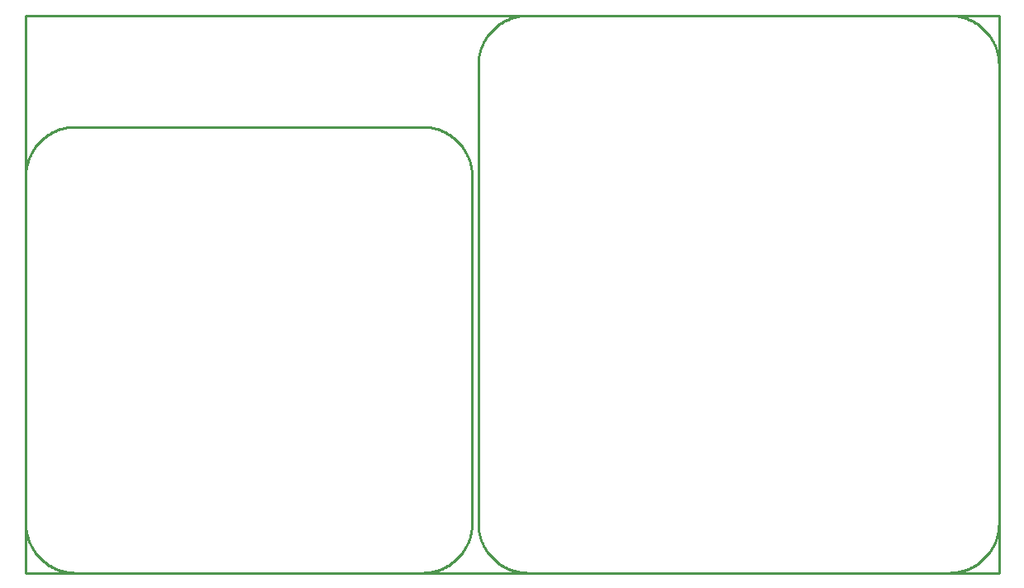
<source format=gbr>
G04 EAGLE Gerber RS-274X export*
G75*
%MOMM*%
%FSLAX34Y34*%
%LPD*%
%IN*%
%IPPOS*%
%AMOC8*
5,1,8,0,0,1.08239X$1,22.5*%
G01*
%ADD10C,0.254000*%
%ADD11C,0.152400*%
%ADD12C,0.254000*%


D10*
X50800Y0D02*
X406400Y0D01*
X0Y50800D02*
X0Y406400D01*
X514350Y0D02*
X946150Y0D01*
X996950Y50800D02*
X996950Y520700D01*
X946150Y571500D02*
X514350Y571500D01*
X50800Y457200D02*
X49572Y457185D01*
X48346Y457141D01*
X47120Y457067D01*
X45897Y456963D01*
X44677Y456830D01*
X43460Y456667D01*
X42247Y456475D01*
X41040Y456254D01*
X39838Y456003D01*
X38643Y455724D01*
X37454Y455416D01*
X36274Y455079D01*
X35102Y454714D01*
X33939Y454320D01*
X32786Y453899D01*
X31644Y453450D01*
X30512Y452973D01*
X29393Y452469D01*
X28286Y451938D01*
X27192Y451381D01*
X26112Y450798D01*
X25046Y450188D01*
X23996Y449553D01*
X22961Y448893D01*
X21942Y448208D01*
X20941Y447498D01*
X19956Y446765D01*
X18990Y446007D01*
X18042Y445227D01*
X17113Y444424D01*
X16204Y443599D01*
X15316Y442752D01*
X14448Y441884D01*
X13601Y440996D01*
X12776Y440087D01*
X11973Y439158D01*
X11193Y438210D01*
X10435Y437244D01*
X9702Y436259D01*
X8992Y435258D01*
X8307Y434239D01*
X7647Y433204D01*
X7012Y432154D01*
X6402Y431088D01*
X5819Y430008D01*
X5262Y428914D01*
X4731Y427807D01*
X4227Y426688D01*
X3750Y425556D01*
X3301Y424414D01*
X2880Y423261D01*
X2486Y422098D01*
X2121Y420926D01*
X1784Y419746D01*
X1476Y418557D01*
X1197Y417362D01*
X946Y416160D01*
X725Y414953D01*
X533Y413740D01*
X370Y412523D01*
X237Y411303D01*
X133Y410080D01*
X59Y408854D01*
X15Y407628D01*
X0Y406400D01*
X0Y50800D02*
X15Y49572D01*
X59Y48346D01*
X133Y47120D01*
X237Y45897D01*
X370Y44677D01*
X533Y43460D01*
X725Y42247D01*
X946Y41040D01*
X1197Y39838D01*
X1476Y38643D01*
X1784Y37454D01*
X2121Y36274D01*
X2486Y35102D01*
X2880Y33939D01*
X3301Y32786D01*
X3750Y31644D01*
X4227Y30512D01*
X4731Y29393D01*
X5262Y28286D01*
X5819Y27192D01*
X6402Y26112D01*
X7012Y25046D01*
X7647Y23996D01*
X8307Y22961D01*
X8992Y21942D01*
X9702Y20941D01*
X10435Y19956D01*
X11193Y18990D01*
X11973Y18042D01*
X12776Y17113D01*
X13601Y16204D01*
X14448Y15316D01*
X15316Y14448D01*
X16204Y13601D01*
X17113Y12776D01*
X18042Y11973D01*
X18990Y11193D01*
X19956Y10435D01*
X20941Y9702D01*
X21942Y8992D01*
X22961Y8307D01*
X23996Y7647D01*
X25046Y7012D01*
X26112Y6402D01*
X27192Y5819D01*
X28286Y5262D01*
X29393Y4731D01*
X30512Y4227D01*
X31644Y3750D01*
X32786Y3301D01*
X33939Y2880D01*
X35102Y2486D01*
X36274Y2121D01*
X37454Y1784D01*
X38643Y1476D01*
X39838Y1197D01*
X41040Y946D01*
X42247Y725D01*
X43460Y533D01*
X44677Y370D01*
X45897Y237D01*
X47120Y133D01*
X48346Y59D01*
X49572Y15D01*
X50800Y0D01*
X50800Y457200D02*
X406400Y457200D01*
X463550Y520700D02*
X463550Y50800D01*
X463550Y520700D02*
X463565Y521928D01*
X463609Y523154D01*
X463683Y524380D01*
X463787Y525603D01*
X463920Y526823D01*
X464083Y528040D01*
X464275Y529253D01*
X464496Y530460D01*
X464747Y531662D01*
X465026Y532857D01*
X465334Y534046D01*
X465671Y535226D01*
X466036Y536398D01*
X466430Y537561D01*
X466851Y538714D01*
X467300Y539856D01*
X467777Y540988D01*
X468281Y542107D01*
X468812Y543214D01*
X469369Y544308D01*
X469952Y545388D01*
X470562Y546454D01*
X471197Y547504D01*
X471857Y548539D01*
X472542Y549558D01*
X473252Y550559D01*
X473985Y551544D01*
X474743Y552510D01*
X475523Y553458D01*
X476326Y554387D01*
X477151Y555296D01*
X477998Y556184D01*
X478866Y557052D01*
X479754Y557899D01*
X480663Y558724D01*
X481592Y559527D01*
X482540Y560307D01*
X483506Y561065D01*
X484491Y561798D01*
X485492Y562508D01*
X486511Y563193D01*
X487546Y563853D01*
X488596Y564488D01*
X489662Y565098D01*
X490742Y565681D01*
X491836Y566238D01*
X492943Y566769D01*
X494062Y567273D01*
X495194Y567750D01*
X496336Y568199D01*
X497489Y568620D01*
X498652Y569014D01*
X499824Y569379D01*
X501004Y569716D01*
X502193Y570024D01*
X503388Y570303D01*
X504590Y570554D01*
X505797Y570775D01*
X507010Y570967D01*
X508227Y571130D01*
X509447Y571263D01*
X510670Y571367D01*
X511896Y571441D01*
X513122Y571485D01*
X514350Y571500D01*
X946150Y571500D02*
X947378Y571485D01*
X948604Y571441D01*
X949830Y571367D01*
X951053Y571263D01*
X952273Y571130D01*
X953490Y570967D01*
X954703Y570775D01*
X955910Y570554D01*
X957112Y570303D01*
X958307Y570024D01*
X959496Y569716D01*
X960676Y569379D01*
X961848Y569014D01*
X963011Y568620D01*
X964164Y568199D01*
X965306Y567750D01*
X966438Y567273D01*
X967557Y566769D01*
X968664Y566238D01*
X969758Y565681D01*
X970838Y565098D01*
X971904Y564488D01*
X972954Y563853D01*
X973989Y563193D01*
X975008Y562508D01*
X976009Y561798D01*
X976994Y561065D01*
X977960Y560307D01*
X978908Y559527D01*
X979837Y558724D01*
X980746Y557899D01*
X981634Y557052D01*
X982502Y556184D01*
X983349Y555296D01*
X984174Y554387D01*
X984977Y553458D01*
X985757Y552510D01*
X986515Y551544D01*
X987248Y550559D01*
X987958Y549558D01*
X988643Y548539D01*
X989303Y547504D01*
X989938Y546454D01*
X990548Y545388D01*
X991131Y544308D01*
X991688Y543214D01*
X992219Y542107D01*
X992723Y540988D01*
X993200Y539856D01*
X993649Y538714D01*
X994070Y537561D01*
X994464Y536398D01*
X994829Y535226D01*
X995166Y534046D01*
X995474Y532857D01*
X995753Y531662D01*
X996004Y530460D01*
X996225Y529253D01*
X996417Y528040D01*
X996580Y526823D01*
X996713Y525603D01*
X996817Y524380D01*
X996891Y523154D01*
X996935Y521928D01*
X996950Y520700D01*
X996950Y50800D02*
X996935Y49572D01*
X996891Y48346D01*
X996817Y47120D01*
X996713Y45897D01*
X996580Y44677D01*
X996417Y43460D01*
X996225Y42247D01*
X996004Y41040D01*
X995753Y39838D01*
X995474Y38643D01*
X995166Y37454D01*
X994829Y36274D01*
X994464Y35102D01*
X994070Y33939D01*
X993649Y32786D01*
X993200Y31644D01*
X992723Y30512D01*
X992219Y29393D01*
X991688Y28286D01*
X991131Y27192D01*
X990548Y26112D01*
X989938Y25046D01*
X989303Y23996D01*
X988643Y22961D01*
X987958Y21942D01*
X987248Y20941D01*
X986515Y19956D01*
X985757Y18990D01*
X984977Y18042D01*
X984174Y17113D01*
X983349Y16204D01*
X982502Y15316D01*
X981634Y14448D01*
X980746Y13601D01*
X979837Y12776D01*
X978908Y11973D01*
X977960Y11193D01*
X976994Y10435D01*
X976009Y9702D01*
X975008Y8992D01*
X973989Y8307D01*
X972954Y7647D01*
X971904Y7012D01*
X970838Y6402D01*
X969758Y5819D01*
X968664Y5262D01*
X967557Y4731D01*
X966438Y4227D01*
X965306Y3750D01*
X964164Y3301D01*
X963011Y2880D01*
X961848Y2486D01*
X960676Y2121D01*
X959496Y1784D01*
X958307Y1476D01*
X957112Y1197D01*
X955910Y946D01*
X954703Y725D01*
X953490Y533D01*
X952273Y370D01*
X951053Y237D01*
X949830Y133D01*
X948604Y59D01*
X947378Y15D01*
X946150Y0D01*
X514350Y0D02*
X513122Y15D01*
X511896Y59D01*
X510670Y133D01*
X509447Y237D01*
X508227Y370D01*
X507010Y533D01*
X505797Y725D01*
X504590Y946D01*
X503388Y1197D01*
X502193Y1476D01*
X501004Y1784D01*
X499824Y2121D01*
X498652Y2486D01*
X497489Y2880D01*
X496336Y3301D01*
X495194Y3750D01*
X494062Y4227D01*
X492943Y4731D01*
X491836Y5262D01*
X490742Y5819D01*
X489662Y6402D01*
X488596Y7012D01*
X487546Y7647D01*
X486511Y8307D01*
X485492Y8992D01*
X484491Y9702D01*
X483506Y10435D01*
X482540Y11193D01*
X481592Y11973D01*
X480663Y12776D01*
X479754Y13601D01*
X478866Y14448D01*
X477998Y15316D01*
X477151Y16204D01*
X476326Y17113D01*
X475523Y18042D01*
X474743Y18990D01*
X473985Y19956D01*
X473252Y20941D01*
X472542Y21942D01*
X471857Y22961D01*
X471197Y23996D01*
X470562Y25046D01*
X469952Y26112D01*
X469369Y27192D01*
X468812Y28286D01*
X468281Y29393D01*
X467777Y30512D01*
X467300Y31644D01*
X466851Y32786D01*
X466430Y33939D01*
X466036Y35102D01*
X465671Y36274D01*
X465334Y37454D01*
X465026Y38643D01*
X464747Y39838D01*
X464496Y41040D01*
X464275Y42247D01*
X464083Y43460D01*
X463920Y44677D01*
X463787Y45897D01*
X463683Y47120D01*
X463609Y48346D01*
X463565Y49572D01*
X463550Y50800D01*
X457200Y406400D02*
X457185Y407628D01*
X457141Y408854D01*
X457067Y410080D01*
X456963Y411303D01*
X456830Y412523D01*
X456667Y413740D01*
X456475Y414953D01*
X456254Y416160D01*
X456003Y417362D01*
X455724Y418557D01*
X455416Y419746D01*
X455079Y420926D01*
X454714Y422098D01*
X454320Y423261D01*
X453899Y424414D01*
X453450Y425556D01*
X452973Y426688D01*
X452469Y427807D01*
X451938Y428914D01*
X451381Y430008D01*
X450798Y431088D01*
X450188Y432154D01*
X449553Y433204D01*
X448893Y434239D01*
X448208Y435258D01*
X447498Y436259D01*
X446765Y437244D01*
X446007Y438210D01*
X445227Y439158D01*
X444424Y440087D01*
X443599Y440996D01*
X442752Y441884D01*
X441884Y442752D01*
X440996Y443599D01*
X440087Y444424D01*
X439158Y445227D01*
X438210Y446007D01*
X437244Y446765D01*
X436259Y447498D01*
X435258Y448208D01*
X434239Y448893D01*
X433204Y449553D01*
X432154Y450188D01*
X431088Y450798D01*
X430008Y451381D01*
X428914Y451938D01*
X427807Y452469D01*
X426688Y452973D01*
X425556Y453450D01*
X424414Y453899D01*
X423261Y454320D01*
X422098Y454714D01*
X420926Y455079D01*
X419746Y455416D01*
X418557Y455724D01*
X417362Y456003D01*
X416160Y456254D01*
X414953Y456475D01*
X413740Y456667D01*
X412523Y456830D01*
X411303Y456963D01*
X410080Y457067D01*
X408854Y457141D01*
X407628Y457185D01*
X406400Y457200D01*
X457200Y50800D02*
X457185Y49572D01*
X457141Y48346D01*
X457067Y47120D01*
X456963Y45897D01*
X456830Y44677D01*
X456667Y43460D01*
X456475Y42247D01*
X456254Y41040D01*
X456003Y39838D01*
X455724Y38643D01*
X455416Y37454D01*
X455079Y36274D01*
X454714Y35102D01*
X454320Y33939D01*
X453899Y32786D01*
X453450Y31644D01*
X452973Y30512D01*
X452469Y29393D01*
X451938Y28286D01*
X451381Y27192D01*
X450798Y26112D01*
X450188Y25046D01*
X449553Y23996D01*
X448893Y22961D01*
X448208Y21942D01*
X447498Y20941D01*
X446765Y19956D01*
X446007Y18990D01*
X445227Y18042D01*
X444424Y17113D01*
X443599Y16204D01*
X442752Y15316D01*
X441884Y14448D01*
X440996Y13601D01*
X440087Y12776D01*
X439158Y11973D01*
X438210Y11193D01*
X437244Y10435D01*
X436259Y9702D01*
X435258Y8992D01*
X434239Y8307D01*
X433204Y7647D01*
X432154Y7012D01*
X431088Y6402D01*
X430008Y5819D01*
X428914Y5262D01*
X427807Y4731D01*
X426688Y4227D01*
X425556Y3750D01*
X424414Y3301D01*
X423261Y2880D01*
X422098Y2486D01*
X420926Y2121D01*
X419746Y1784D01*
X418557Y1476D01*
X417362Y1197D01*
X416160Y946D01*
X414953Y725D01*
X413740Y533D01*
X412523Y370D01*
X411303Y237D01*
X410080Y133D01*
X408854Y59D01*
X407628Y15D01*
X406400Y0D01*
X457200Y50800D02*
X457200Y406400D01*
D11*
X0Y0D02*
X996950Y0D01*
X996950Y571500D01*
X0Y571500D01*
X0Y0D01*
D12*
X0Y0D02*
X996950Y0D01*
X996950Y571500D01*
X0Y571500D01*
X0Y0D01*
M02*

</source>
